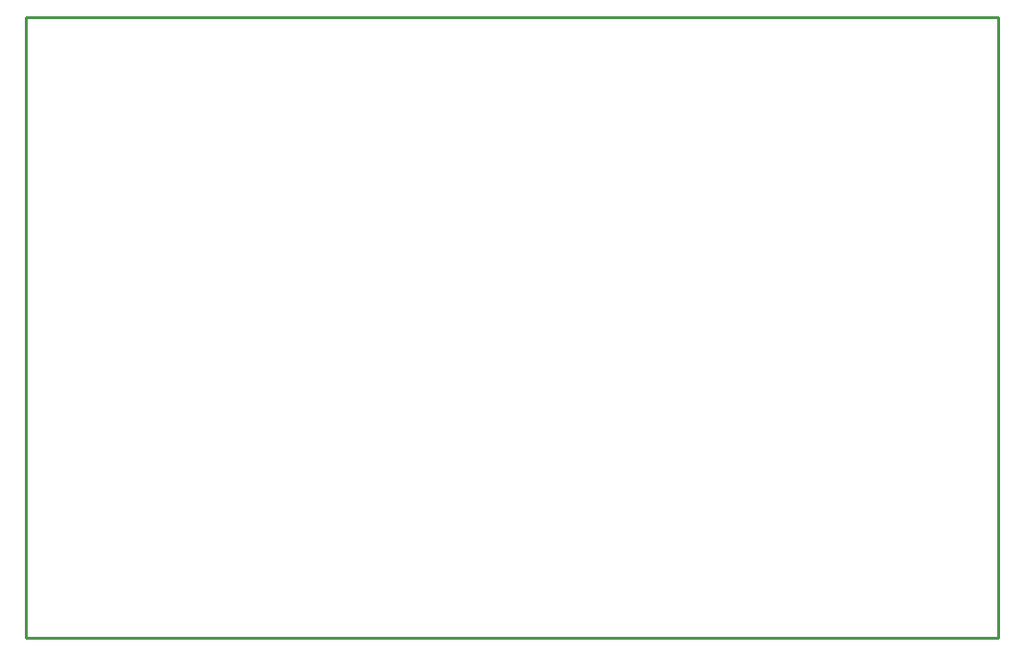
<source format=gbr>
G04 #@! TF.FileFunction,Profile,NP*
%FSLAX46Y46*%
G04 Gerber Fmt 4.6, Leading zero omitted, Abs format (unit mm)*
G04 Created by KiCad (PCBNEW 4.0.7) date 02/08/18 23:45:06*
%MOMM*%
%LPD*%
G01*
G04 APERTURE LIST*
%ADD10C,0.100000*%
%ADD11C,0.254000*%
G04 APERTURE END LIST*
D10*
D11*
X35000000Y-86000000D02*
X121000000Y-86000000D01*
X121000000Y-86000000D02*
X121000000Y-31000000D01*
X35000000Y-86000000D02*
X35000000Y-31000000D01*
X35000000Y-31000000D02*
X121000000Y-31000000D01*
M02*

</source>
